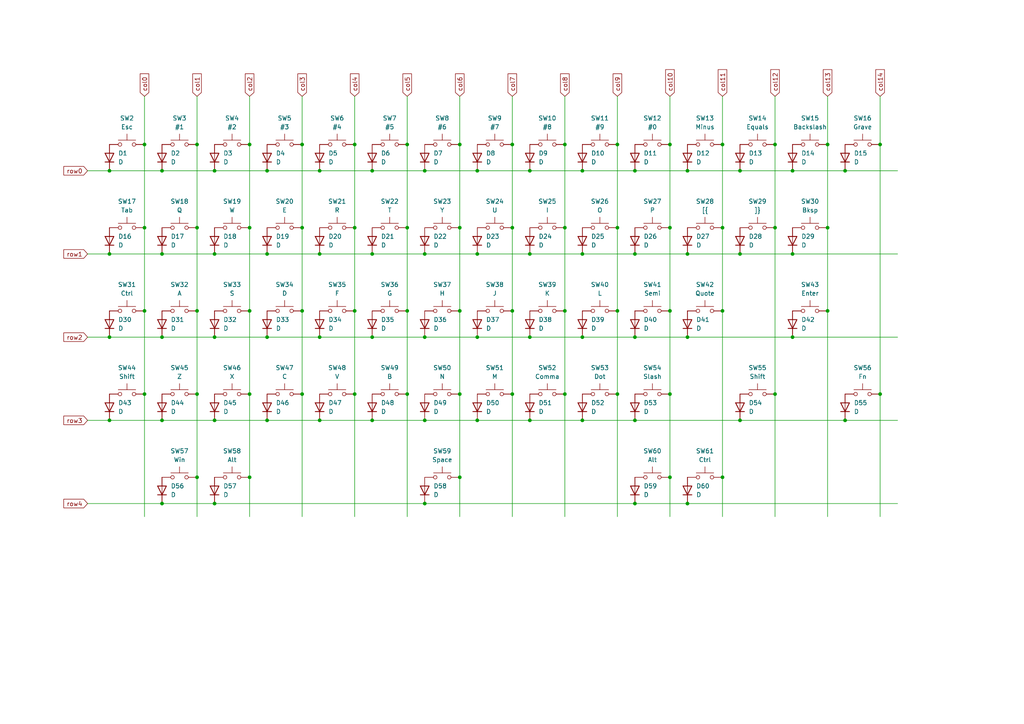
<source format=kicad_sch>
(kicad_sch (version 20231120) (generator "eeschema") (generator_version "8.0")
  (paper "A4")
  (junction (at 107.95 97.79))
  (junction (at 179.07 66.04))
  (junction (at 138.43 49.53))
  (junction (at 107.95 49.53))
  (junction (at 31.75 121.92))
  (junction (at 123.19 49.53))
  (junction (at 77.47 73.66))
  (junction (at 224.79 66.04))
  (junction (at 133.35 138.43))
  (junction (at 133.35 90.17))
  (junction (at 168.91 73.66))
  (junction (at 31.75 49.53))
  (junction (at 118.11 66.04))
  (junction (at 194.31 41.91))
  (junction (at 224.79 41.91))
  (junction (at 179.07 114.3))
  (junction (at 118.11 41.91))
  (junction (at 148.59 41.91))
  (junction (at 194.31 138.43))
  (junction (at 184.15 146.05))
  (junction (at 41.91 90.17))
  (junction (at 72.39 138.43))
  (junction (at 46.99 121.92))
  (junction (at 255.27 41.91))
  (junction (at 255.27 114.3))
  (junction (at 209.55 66.04))
  (junction (at 184.15 121.92))
  (junction (at 209.55 41.91))
  (junction (at 41.91 41.91))
  (junction (at 214.63 73.66))
  (junction (at 133.35 41.91))
  (junction (at 240.03 66.04))
  (junction (at 46.99 49.53))
  (junction (at 102.87 66.04))
  (junction (at 107.95 121.92))
  (junction (at 153.67 73.66))
  (junction (at 92.71 73.66))
  (junction (at 138.43 73.66))
  (junction (at 224.79 114.3))
  (junction (at 46.99 146.05))
  (junction (at 163.83 66.04))
  (junction (at 57.15 114.3))
  (junction (at 62.23 49.53))
  (junction (at 72.39 114.3))
  (junction (at 72.39 66.04))
  (junction (at 138.43 97.79))
  (junction (at 133.35 114.3))
  (junction (at 123.19 121.92))
  (junction (at 184.15 73.66))
  (junction (at 214.63 121.92))
  (junction (at 72.39 41.91))
  (junction (at 184.15 97.79))
  (junction (at 148.59 114.3))
  (junction (at 31.75 73.66))
  (junction (at 240.03 41.91))
  (junction (at 92.71 49.53))
  (junction (at 168.91 121.92))
  (junction (at 153.67 97.79))
  (junction (at 199.39 146.05))
  (junction (at 87.63 114.3))
  (junction (at 138.43 121.92))
  (junction (at 245.11 49.53))
  (junction (at 184.15 49.53))
  (junction (at 148.59 90.17))
  (junction (at 31.75 97.79))
  (junction (at 46.99 97.79))
  (junction (at 57.15 41.91))
  (junction (at 102.87 41.91))
  (junction (at 209.55 138.43))
  (junction (at 57.15 90.17))
  (junction (at 229.87 97.79))
  (junction (at 179.07 41.91))
  (junction (at 153.67 49.53))
  (junction (at 77.47 121.92))
  (junction (at 72.39 90.17))
  (junction (at 153.67 121.92))
  (junction (at 107.95 73.66))
  (junction (at 194.31 114.3))
  (junction (at 62.23 97.79))
  (junction (at 92.71 121.92))
  (junction (at 148.59 66.04))
  (junction (at 62.23 73.66))
  (junction (at 41.91 66.04))
  (junction (at 77.47 49.53))
  (junction (at 168.91 49.53))
  (junction (at 62.23 121.92))
  (junction (at 245.11 121.92))
  (junction (at 194.31 66.04))
  (junction (at 229.87 49.53))
  (junction (at 179.07 90.17))
  (junction (at 199.39 49.53))
  (junction (at 199.39 97.79))
  (junction (at 123.19 97.79))
  (junction (at 57.15 138.43))
  (junction (at 118.11 114.3))
  (junction (at 168.91 97.79))
  (junction (at 87.63 66.04))
  (junction (at 209.55 90.17))
  (junction (at 87.63 90.17))
  (junction (at 163.83 90.17))
  (junction (at 240.03 90.17))
  (junction (at 229.87 73.66))
  (junction (at 92.71 97.79))
  (junction (at 123.19 146.05))
  (junction (at 46.99 73.66))
  (junction (at 123.19 73.66))
  (junction (at 87.63 41.91))
  (junction (at 102.87 90.17))
  (junction (at 77.47 97.79))
  (junction (at 163.83 41.91))
  (junction (at 214.63 49.53))
  (junction (at 62.23 146.05))
  (junction (at 57.15 66.04))
  (junction (at 133.35 66.04))
  (junction (at 41.91 114.3))
  (junction (at 102.87 114.3))
  (junction (at 199.39 73.66))
  (junction (at 163.83 114.3))
  (junction (at 194.31 90.17))
  (junction (at 118.11 90.17))
  (wire (pts (xy 209.55 41.91) (xy 209.55 66.04)))
  (wire (pts (xy 25.4 121.92) (xy 31.75 121.92)))
  (wire (pts (xy 133.35 27.94) (xy 133.35 41.91)))
  (wire (pts (xy 179.07 90.17) (xy 179.07 114.3)))
  (wire (pts (xy 255.27 41.91) (xy 255.27 114.3)))
  (wire (pts (xy 199.39 49.53) (xy 214.63 49.53)))
  (wire (pts (xy 72.39 90.17) (xy 72.39 114.3)))
  (wire (pts (xy 46.99 49.53) (xy 62.23 49.53)))
  (wire (pts (xy 138.43 121.92) (xy 153.67 121.92)))
  (wire (pts (xy 194.31 138.43) (xy 194.31 149.86)))
  (wire (pts (xy 62.23 97.79) (xy 77.47 97.79)))
  (wire (pts (xy 57.15 41.91) (xy 57.15 66.04)))
  (wire (pts (xy 31.75 97.79) (xy 46.99 97.79)))
  (wire (pts (xy 62.23 73.66) (xy 77.47 73.66)))
  (wire (pts (xy 148.59 90.17) (xy 148.59 114.3)))
  (wire (pts (xy 25.4 146.05) (xy 46.99 146.05)))
  (wire (pts (xy 62.23 146.05) (xy 123.19 146.05)))
  (wire (pts (xy 245.11 121.92) (xy 260.35 121.92)))
  (wire (pts (xy 107.95 121.92) (xy 123.19 121.92)))
  (wire (pts (xy 46.99 73.66) (xy 62.23 73.66)))
  (wire (pts (xy 163.83 41.91) (xy 163.83 66.04)))
  (wire (pts (xy 62.23 121.92) (xy 77.47 121.92)))
  (wire (pts (xy 138.43 73.66) (xy 153.67 73.66)))
  (wire (pts (xy 224.79 41.91) (xy 224.79 66.04)))
  (wire (pts (xy 148.59 27.94) (xy 148.59 41.91)))
  (wire (pts (xy 179.07 27.94) (xy 179.07 41.91)))
  (wire (pts (xy 163.83 66.04) (xy 163.83 90.17)))
  (wire (pts (xy 194.31 41.91) (xy 194.31 66.04)))
  (wire (pts (xy 31.75 49.53) (xy 46.99 49.53)))
  (wire (pts (xy 209.55 90.17) (xy 209.55 138.43)))
  (wire (pts (xy 148.59 66.04) (xy 148.59 90.17)))
  (wire (pts (xy 57.15 138.43) (xy 57.15 149.86)))
  (wire (pts (xy 138.43 49.53) (xy 153.67 49.53)))
  (wire (pts (xy 41.91 27.94) (xy 41.91 41.91)))
  (wire (pts (xy 184.15 146.05) (xy 199.39 146.05)))
  (wire (pts (xy 199.39 146.05) (xy 260.35 146.05)))
  (wire (pts (xy 184.15 49.53) (xy 199.39 49.53)))
  (wire (pts (xy 133.35 114.3) (xy 133.35 138.43)))
  (wire (pts (xy 102.87 41.91) (xy 102.87 66.04)))
  (wire (pts (xy 41.91 41.91) (xy 41.91 66.04)))
  (wire (pts (xy 168.91 49.53) (xy 184.15 49.53)))
  (wire (pts (xy 153.67 121.92) (xy 168.91 121.92)))
  (wire (pts (xy 255.27 114.3) (xy 255.27 149.86)))
  (wire (pts (xy 107.95 73.66) (xy 123.19 73.66)))
  (wire (pts (xy 87.63 114.3) (xy 87.63 149.86)))
  (wire (pts (xy 229.87 73.66) (xy 260.35 73.66)))
  (wire (pts (xy 224.79 27.94) (xy 224.79 41.91)))
  (wire (pts (xy 179.07 41.91) (xy 179.07 66.04)))
  (wire (pts (xy 25.4 73.66) (xy 31.75 73.66)))
  (wire (pts (xy 184.15 73.66) (xy 199.39 73.66)))
  (wire (pts (xy 240.03 66.04) (xy 240.03 90.17)))
  (wire (pts (xy 87.63 41.91) (xy 87.63 66.04)))
  (wire (pts (xy 41.91 66.04) (xy 41.91 90.17)))
  (wire (pts (xy 209.55 66.04) (xy 209.55 90.17)))
  (wire (pts (xy 209.55 138.43) (xy 209.55 149.86)))
  (wire (pts (xy 123.19 121.92) (xy 138.43 121.92)))
  (wire (pts (xy 72.39 27.94) (xy 72.39 41.91)))
  (wire (pts (xy 163.83 90.17) (xy 163.83 114.3)))
  (wire (pts (xy 92.71 121.92) (xy 107.95 121.92)))
  (wire (pts (xy 229.87 97.79) (xy 260.35 97.79)))
  (wire (pts (xy 184.15 121.92) (xy 214.63 121.92)))
  (wire (pts (xy 133.35 66.04) (xy 133.35 90.17)))
  (wire (pts (xy 209.55 27.94) (xy 209.55 41.91)))
  (wire (pts (xy 92.71 49.53) (xy 107.95 49.53)))
  (wire (pts (xy 123.19 73.66) (xy 138.43 73.66)))
  (wire (pts (xy 168.91 73.66) (xy 184.15 73.66)))
  (wire (pts (xy 57.15 114.3) (xy 57.15 138.43)))
  (wire (pts (xy 118.11 27.94) (xy 118.11 41.91)))
  (wire (pts (xy 255.27 27.94) (xy 255.27 41.91)))
  (wire (pts (xy 138.43 97.79) (xy 153.67 97.79)))
  (wire (pts (xy 118.11 90.17) (xy 118.11 114.3)))
  (wire (pts (xy 229.87 49.53) (xy 245.11 49.53)))
  (wire (pts (xy 77.47 121.92) (xy 92.71 121.92)))
  (wire (pts (xy 194.31 90.17) (xy 194.31 114.3)))
  (wire (pts (xy 133.35 138.43) (xy 133.35 149.86)))
  (wire (pts (xy 107.95 49.53) (xy 123.19 49.53)))
  (wire (pts (xy 72.39 138.43) (xy 72.39 149.86)))
  (wire (pts (xy 179.07 114.3) (xy 179.07 149.86)))
  (wire (pts (xy 87.63 66.04) (xy 87.63 90.17)))
  (wire (pts (xy 184.15 97.79) (xy 199.39 97.79)))
  (wire (pts (xy 92.71 73.66) (xy 107.95 73.66)))
  (wire (pts (xy 240.03 90.17) (xy 240.03 149.86)))
  (wire (pts (xy 87.63 90.17) (xy 87.63 114.3)))
  (wire (pts (xy 148.59 41.91) (xy 148.59 66.04)))
  (wire (pts (xy 214.63 121.92) (xy 245.11 121.92)))
  (wire (pts (xy 41.91 114.3) (xy 41.91 149.86)))
  (wire (pts (xy 41.91 90.17) (xy 41.91 114.3)))
  (wire (pts (xy 163.83 114.3) (xy 163.83 149.86)))
  (wire (pts (xy 153.67 97.79) (xy 168.91 97.79)))
  (wire (pts (xy 72.39 41.91) (xy 72.39 66.04)))
  (wire (pts (xy 123.19 97.79) (xy 138.43 97.79)))
  (wire (pts (xy 163.83 27.94) (xy 163.83 41.91)))
  (wire (pts (xy 57.15 90.17) (xy 57.15 114.3)))
  (wire (pts (xy 72.39 66.04) (xy 72.39 90.17)))
  (wire (pts (xy 148.59 114.3) (xy 148.59 149.86)))
  (wire (pts (xy 194.31 27.94) (xy 194.31 41.91)))
  (wire (pts (xy 153.67 73.66) (xy 168.91 73.66)))
  (wire (pts (xy 199.39 97.79) (xy 229.87 97.79)))
  (wire (pts (xy 168.91 121.92) (xy 184.15 121.92)))
  (wire (pts (xy 123.19 146.05) (xy 184.15 146.05)))
  (wire (pts (xy 77.47 97.79) (xy 92.71 97.79)))
  (wire (pts (xy 46.99 146.05) (xy 62.23 146.05)))
  (wire (pts (xy 194.31 114.3) (xy 194.31 138.43)))
  (wire (pts (xy 240.03 27.94) (xy 240.03 41.91)))
  (wire (pts (xy 57.15 66.04) (xy 57.15 90.17)))
  (wire (pts (xy 179.07 66.04) (xy 179.07 90.17)))
  (wire (pts (xy 123.19 49.53) (xy 138.43 49.53)))
  (wire (pts (xy 107.95 97.79) (xy 123.19 97.79)))
  (wire (pts (xy 57.15 27.94) (xy 57.15 41.91)))
  (wire (pts (xy 245.11 49.53) (xy 260.35 49.53)))
  (wire (pts (xy 133.35 90.17) (xy 133.35 114.3)))
  (wire (pts (xy 102.87 90.17) (xy 102.87 114.3)))
  (wire (pts (xy 168.91 97.79) (xy 184.15 97.79)))
  (wire (pts (xy 46.99 97.79) (xy 62.23 97.79)))
  (wire (pts (xy 118.11 114.3) (xy 118.11 149.86)))
  (wire (pts (xy 46.99 121.92) (xy 62.23 121.92)))
  (wire (pts (xy 194.31 66.04) (xy 194.31 90.17)))
  (wire (pts (xy 102.87 114.3) (xy 102.87 149.86)))
  (wire (pts (xy 31.75 73.66) (xy 46.99 73.66)))
  (wire (pts (xy 31.75 121.92) (xy 46.99 121.92)))
  (wire (pts (xy 118.11 41.91) (xy 118.11 66.04)))
  (wire (pts (xy 153.67 49.53) (xy 168.91 49.53)))
  (wire (pts (xy 72.39 114.3) (xy 72.39 138.43)))
  (wire (pts (xy 77.47 49.53) (xy 92.71 49.53)))
  (wire (pts (xy 25.4 97.79) (xy 31.75 97.79)))
  (wire (pts (xy 214.63 49.53) (xy 229.87 49.53)))
  (wire (pts (xy 133.35 41.91) (xy 133.35 66.04)))
  (wire (pts (xy 62.23 49.53) (xy 77.47 49.53)))
  (wire (pts (xy 118.11 66.04) (xy 118.11 90.17)))
  (wire (pts (xy 102.87 27.94) (xy 102.87 41.91)))
  (wire (pts (xy 25.4 49.53) (xy 31.75 49.53)))
  (wire (pts (xy 87.63 27.94) (xy 87.63 41.91)))
  (wire (pts (xy 92.71 97.79) (xy 107.95 97.79)))
  (wire (pts (xy 199.39 73.66) (xy 214.63 73.66)))
  (wire (pts (xy 240.03 41.91) (xy 240.03 66.04)))
  (wire (pts (xy 77.47 73.66) (xy 92.71 73.66)))
  (wire (pts (xy 224.79 66.04) (xy 224.79 114.3)))
  (wire (pts (xy 224.79 114.3) (xy 224.79 149.86)))
  (wire (pts (xy 102.87 66.04) (xy 102.87 90.17)))
  (wire (pts (xy 214.63 73.66) (xy 229.87 73.66)))
  (global_label "row3" (shape input) (at 25.4 121.92 180) (property "Intersheetrefs" "${INTERSHEET_REFS}" (effects (hide yes))))
  (global_label "row1" (shape input) (at 25.4 73.66 180) (property "Intersheetrefs" "${INTERSHEET_REFS}" (effects (hide yes))))
  (global_label "col12" (shape input) (at 224.79 27.94 90) (property "Intersheetrefs" "${INTERSHEET_REFS}" (effects (hide yes))))
  (global_label "col11" (shape input) (at 209.55 27.94 90) (property "Intersheetrefs" "${INTERSHEET_REFS}" (effects (hide yes))))
  (global_label "col6" (shape input) (at 133.35 27.94 90) (property "Intersheetrefs" "${INTERSHEET_REFS}" (effects (hide yes))))
  (global_label "col9" (shape input) (at 179.07 27.94 90) (property "Intersheetrefs" "${INTERSHEET_REFS}" (effects (hide yes))))
  (global_label "col7" (shape input) (at 148.59 27.94 90) (property "Intersheetrefs" "${INTERSHEET_REFS}" (effects (hide yes))))
  (global_label "col0" (shape input) (at 41.91 27.94 90) (property "Intersheetrefs" "${INTERSHEET_REFS}" (effects (hide yes))))
  (global_label "col14" (shape input) (at 255.27 27.94 90) (property "Intersheetrefs" "${INTERSHEET_REFS}" (effects (hide yes))))
  (global_label "col13" (shape input) (at 240.03 27.94 90) (property "Intersheetrefs" "${INTERSHEET_REFS}" (effects (hide yes))))
  (global_label "col1" (shape input) (at 57.15 27.94 90) (property "Intersheetrefs" "${INTERSHEET_REFS}" (effects (hide yes))))
  (global_label "row4" (shape input) (at 25.4 146.05 180) (property "Intersheetrefs" "${INTERSHEET_REFS}" (effects (hide yes))))
  (global_label "col5" (shape input) (at 118.11 27.94 90) (property "Intersheetrefs" "${INTERSHEET_REFS}" (effects (hide yes))))
  (global_label "col8" (shape input) (at 163.83 27.94 90) (property "Intersheetrefs" "${INTERSHEET_REFS}" (effects (hide yes))))
  (global_label "row0" (shape input) (at 25.4 49.53 180) (property "Intersheetrefs" "${INTERSHEET_REFS}" (effects (hide yes))))
  (global_label "col3" (shape input) (at 87.63 27.94 90) (property "Intersheetrefs" "${INTERSHEET_REFS}" (effects (hide yes))))
  (global_label "col2" (shape input) (at 72.39 27.94 90) (property "Intersheetrefs" "${INTERSHEET_REFS}" (effects (hide yes))))
  (global_label "col4" (shape input) (at 102.87 27.94 90) (property "Intersheetrefs" "${INTERSHEET_REFS}" (effects (hide yes))))
  (global_label "row2" (shape input) (at 25.4 97.79 180) (property "Intersheetrefs" "${INTERSHEET_REFS}" (effects (hide yes))))
  (global_label "col10" (shape input) (at 194.31 27.94 90) (property "Intersheetrefs" "${INTERSHEET_REFS}" (effects (hide yes))))
  (symbol (lib_id "Device:D") (at 62.23 93.98 90) (unit 1)
    (property "Reference" "D32" (at 64.77 92.7099 90) (effects (justify right)))
    (property "Value" "D" (at 64.77 95.2499 90) (effects (justify right)))
    (property "Footprint" "Diode_SMD:D_SOD-323" (effects (hide yes)))
    (property "Description" "Diode" (effects (hide yes)))
    (property "Sim.Device" "D" (effects (hide yes)))
    (property "Sim.Pins" "1=K 2=A" (effects (hide yes)))
    (property "JLCPCB Part" "C2128" (effects (hide yes)))
  )
  (symbol (lib_id "Switch:SW_Push") (at 128.27 138.43 0) (unit 1)
    (property "Reference" "SW59" (at 128.27 130.81 0))
    (property "Value" "Space" (at 128.27 133.35 0))
    (property "Footprint" "PCM_marbastlib-xp-choc:SW_choc_v2_HS_CPG135001S30_1u" (effects (hide yes)))
    (property "Description" "Push button switch, generic, two pins" (effects (hide yes)))
  )
  (symbol (lib_id "Switch:SW_Push") (at 158.75 66.04 0) (unit 1)
    (property "Reference" "SW25" (at 158.75 58.42 0))
    (property "Value" "I" (at 158.75 60.96 0))
    (property "Footprint" "PCM_marbastlib-xp-choc:SW_choc_v2_HS_CPG135001S30_1u" (effects (hide yes)))
    (property "Description" "Push button switch, generic, two pins" (effects (hide yes)))
  )
  (symbol (lib_id "Device:D") (at 184.15 142.24 90) (unit 1)
    (property "Reference" "D59" (at 186.69 140.9699 90) (effects (justify right)))
    (property "Value" "D" (at 186.69 143.5099 90) (effects (justify right)))
    (property "Footprint" "Diode_SMD:D_SOD-323" (effects (hide yes)))
    (property "Description" "Diode" (effects (hide yes)))
    (property "Sim.Device" "D" (effects (hide yes)))
    (property "Sim.Pins" "1=K 2=A" (effects (hide yes)))
    (property "JLCPCB Part" "C2128" (effects (hide yes)))
  )
  (symbol (lib_id "Switch:SW_Push") (at 97.79 90.17 0) (unit 1)
    (property "Reference" "SW35" (at 97.79 82.55 0))
    (property "Value" "F" (at 97.79 85.09 0))
    (property "Footprint" "PCM_marbastlib-xp-choc:SW_choc_v2_HS_CPG135001S30_1u" (effects (hide yes)))
    (property "Description" "Push button switch, generic, two pins" (effects (hide yes)))
  )
  (symbol (lib_id "Device:D") (at 107.95 118.11 90) (unit 1)
    (property "Reference" "D48" (at 110.49 116.8399 90) (effects (justify right)))
    (property "Value" "D" (at 110.49 119.3799 90) (effects (justify right)))
    (property "Footprint" "Diode_SMD:D_SOD-323" (effects (hide yes)))
    (property "Description" "Diode" (effects (hide yes)))
    (property "Sim.Device" "D" (effects (hide yes)))
    (property "Sim.Pins" "1=K 2=A" (effects (hide yes)))
    (property "JLCPCB Part" "C2128" (effects (hide yes)))
  )
  (symbol (lib_id "Switch:SW_Push") (at 158.75 41.91 0) (unit 1)
    (property "Reference" "SW10" (at 158.75 34.29 0))
    (property "Value" "#8" (at 158.75 36.83 0))
    (property "Footprint" "PCM_marbastlib-xp-choc:SW_choc_v2_HS_CPG135001S30_1u" (effects (hide yes)))
    (property "Description" "Push button switch, generic, two pins" (effects (hide yes)))
  )
  (symbol (lib_id "Device:D") (at 184.15 69.85 90) (unit 1)
    (property "Reference" "D26" (at 186.69 68.5799 90) (effects (justify right)))
    (property "Value" "D" (at 186.69 71.1199 90) (effects (justify right)))
    (property "Footprint" "Diode_SMD:D_SOD-323" (effects (hide yes)))
    (property "Description" "Diode" (effects (hide yes)))
    (property "Sim.Device" "D" (effects (hide yes)))
    (property "Sim.Pins" "1=K 2=A" (effects (hide yes)))
    (property "JLCPCB Part" "C2128" (effects (hide yes)))
  )
  (symbol (lib_id "Device:D") (at 92.71 45.72 90) (unit 1)
    (property "Reference" "D5" (at 95.25 44.4499 90) (effects (justify right)))
    (property "Value" "D" (at 95.25 46.9899 90) (effects (justify right)))
    (property "Footprint" "Diode_SMD:D_SOD-323" (effects (hide yes)))
    (property "Description" "Diode" (effects (hide yes)))
    (property "Sim.Device" "D" (effects (hide yes)))
    (property "Sim.Pins" "1=K 2=A" (effects (hide yes)))
    (property "JLCPCB Part" "C2128" (effects (hide yes)))
  )
  (symbol (lib_id "Switch:SW_Push") (at 189.23 90.17 0) (unit 1)
    (property "Reference" "SW41" (at 189.23 82.55 0))
    (property "Value" "Semi" (at 189.23 85.09 0))
    (property "Footprint" "PCM_marbastlib-xp-choc:SW_choc_v2_HS_CPG135001S30_1u" (effects (hide yes)))
    (property "Description" "Push button switch, generic, two pins" (effects (hide yes)))
  )
  (symbol (lib_id "Switch:SW_Push") (at 36.83 41.91 0) (unit 1)
    (property "Reference" "SW2" (at 36.83 34.29 0))
    (property "Value" "Esc" (at 36.83 36.83 0))
    (property "Footprint" "PCM_marbastlib-xp-choc:SW_choc_v2_HS_CPG135001S30_1u" (effects (hide yes)))
    (property "Description" "Push button switch, generic, two pins" (effects (hide yes)))
  )
  (symbol (lib_id "Device:D") (at 153.67 93.98 90) (unit 1)
    (property "Reference" "D38" (at 156.21 92.7099 90) (effects (justify right)))
    (property "Value" "D" (at 156.21 95.2499 90) (effects (justify right)))
    (property "Footprint" "Diode_SMD:D_SOD-323" (effects (hide yes)))
    (property "Description" "Diode" (effects (hide yes)))
    (property "Sim.Device" "D" (effects (hide yes)))
    (property "Sim.Pins" "1=K 2=A" (effects (hide yes)))
    (property "JLCPCB Part" "C2128" (effects (hide yes)))
  )
  (symbol (lib_id "Switch:SW_Push") (at 234.95 41.91 0) (unit 1)
    (property "Reference" "SW15" (at 234.95 34.29 0))
    (property "Value" "Backslash" (at 234.95 36.83 0))
    (property "Footprint" "PCM_marbastlib-xp-choc:SW_choc_v2_HS_CPG135001S30_1u" (effects (hide yes)))
    (property "Description" "Push button switch, generic, two pins" (effects (hide yes)))
  )
  (symbol (lib_id "Device:D") (at 229.87 45.72 90) (unit 1)
    (property "Reference" "D14" (at 232.41 44.4499 90) (effects (justify right)))
    (property "Value" "D" (at 232.41 46.9899 90) (effects (justify right)))
    (property "Footprint" "Diode_SMD:D_SOD-323" (effects (hide yes)))
    (property "Description" "Diode" (effects (hide yes)))
    (property "Sim.Device" "D" (effects (hide yes)))
    (property "Sim.Pins" "1=K 2=A" (effects (hide yes)))
    (property "JLCPCB Part" "C2128" (effects (hide yes)))
  )
  (symbol (lib_id "Device:D") (at 31.75 45.72 90) (unit 1)
    (property "Reference" "D1" (at 34.29 44.4499 90) (effects (justify right)))
    (property "Value" "D" (at 34.29 46.9899 90) (effects (justify right)))
    (property "Footprint" "Diode_SMD:D_SOD-323" (effects (hide yes)))
    (property "Description" "Diode" (effects (hide yes)))
    (property "Sim.Device" "D" (effects (hide yes)))
    (property "Sim.Pins" "1=K 2=A" (effects (hide yes)))
    (property "JLCPCB Part" "C2128" (effects (hide yes)))
  )
  (symbol (lib_id "Device:D") (at 46.99 69.85 90) (unit 1)
    (property "Reference" "D17" (at 49.53 68.5799 90) (effects (justify right)))
    (property "Value" "D" (at 49.53 71.1199 90) (effects (justify right)))
    (property "Footprint" "Diode_SMD:D_SOD-323" (effects (hide yes)))
    (property "Description" "Diode" (effects (hide yes)))
    (property "Sim.Device" "D" (effects (hide yes)))
    (property "Sim.Pins" "1=K 2=A" (effects (hide yes)))
    (property "JLCPCB Part" "C2128" (effects (hide yes)))
  )
  (symbol (lib_id "Switch:SW_Push") (at 250.19 114.3 0) (unit 1)
    (property "Reference" "SW56" (at 250.19 106.68 0))
    (property "Value" "Fn" (at 250.19 109.22 0))
    (property "Footprint" "PCM_marbastlib-xp-choc:SW_choc_v2_HS_CPG135001S30_1u" (effects (hide yes)))
    (property "Description" "Push button switch, generic, two pins" (effects (hide yes)))
  )
  (symbol (lib_id "Device:D") (at 138.43 45.72 90) (unit 1)
    (property "Reference" "D8" (at 140.97 44.4499 90) (effects (justify right)))
    (property "Value" "D" (at 140.97 46.9899 90) (effects (justify right)))
    (property "Footprint" "Diode_SMD:D_SOD-323" (effects (hide yes)))
    (property "Description" "Diode" (effects (hide yes)))
    (property "Sim.Device" "D" (effects (hide yes)))
    (property "Sim.Pins" "1=K 2=A" (effects (hide yes)))
    (property "JLCPCB Part" "C2128" (effects (hide yes)))
  )
  (symbol (lib_id "Device:D") (at 168.91 93.98 90) (unit 1)
    (property "Reference" "D39" (at 171.45 92.7099 90) (effects (justify right)))
    (property "Value" "D" (at 171.45 95.2499 90) (effects (justify right)))
    (property "Footprint" "Diode_SMD:D_SOD-323" (effects (hide yes)))
    (property "Description" "Diode" (effects (hide yes)))
    (property "Sim.Device" "D" (effects (hide yes)))
    (property "Sim.Pins" "1=K 2=A" (effects (hide yes)))
    (property "JLCPCB Part" "C2128" (effects (hide yes)))
  )
  (symbol (lib_id "Device:D") (at 138.43 118.11 90) (unit 1)
    (property "Reference" "D50" (at 140.97 116.8399 90) (effects (justify right)))
    (property "Value" "D" (at 140.97 119.3799 90) (effects (justify right)))
    (property "Footprint" "Diode_SMD:D_SOD-323" (effects (hide yes)))
    (property "Description" "Diode" (effects (hide yes)))
    (property "Sim.Device" "D" (effects (hide yes)))
    (property "Sim.Pins" "1=K 2=A" (effects (hide yes)))
    (property "JLCPCB Part" "C2128" (effects (hide yes)))
  )
  (symbol (lib_id "Device:D") (at 77.47 69.85 90) (unit 1)
    (property "Reference" "D19" (at 80.01 68.5799 90) (effects (justify right)))
    (property "Value" "D" (at 80.01 71.1199 90) (effects (justify right)))
    (property "Footprint" "Diode_SMD:D_SOD-323" (effects (hide yes)))
    (property "Description" "Diode" (effects (hide yes)))
    (property "Sim.Device" "D" (effects (hide yes)))
    (property "Sim.Pins" "1=K 2=A" (effects (hide yes)))
    (property "JLCPCB Part" "C2128" (effects (hide yes)))
  )
  (symbol (lib_id "Switch:SW_Push") (at 113.03 90.17 0) (unit 1)
    (property "Reference" "SW36" (at 113.03 82.55 0))
    (property "Value" "G" (at 113.03 85.09 0))
    (property "Footprint" "PCM_marbastlib-xp-choc:SW_choc_v2_HS_CPG135001S30_1u" (effects (hide yes)))
    (property "Description" "Push button switch, generic, two pins" (effects (hide yes)))
  )
  (symbol (lib_id "Switch:SW_Push") (at 219.71 114.3 0) (unit 1)
    (property "Reference" "SW55" (at 219.71 106.68 0))
    (property "Value" "Shift" (at 219.71 109.22 0))
    (property "Footprint" "PCM_marbastlib-xp-choc:SW_choc_v2_HS_CPG135001S30_1.75u" (effects (hide yes)))
    (property "Description" "Push button switch, generic, two pins" (effects (hide yes)))
  )
  (symbol (lib_id "Device:D") (at 123.19 45.72 90) (unit 1)
    (property "Reference" "D7" (at 125.73 44.4499 90) (effects (justify right)))
    (property "Value" "D" (at 125.73 46.9899 90) (effects (justify right)))
    (property "Footprint" "Diode_SMD:D_SOD-323" (effects (hide yes)))
    (property "Description" "Diode" (effects (hide yes)))
    (property "Sim.Device" "D" (effects (hide yes)))
    (property "Sim.Pins" "1=K 2=A" (effects (hide yes)))
    (property "JLCPCB Part" "C2128" (effects (hide yes)))
  )
  (symbol (lib_id "Switch:SW_Push") (at 173.99 90.17 0) (unit 1)
    (property "Reference" "SW40" (at 173.99 82.55 0))
    (property "Value" "L" (at 173.99 85.09 0))
    (property "Footprint" "PCM_marbastlib-xp-choc:SW_choc_v2_HS_CPG135001S30_1u" (effects (hide yes)))
    (property "Description" "Push button switch, generic, two pins" (effects (hide yes)))
  )
  (symbol (lib_id "Switch:SW_Push") (at 82.55 66.04 0) (unit 1)
    (property "Reference" "SW20" (at 82.55 58.42 0))
    (property "Value" "E" (at 82.55 60.96 0))
    (property "Footprint" "PCM_marbastlib-xp-choc:SW_choc_v2_HS_CPG135001S30_1u" (effects (hide yes)))
    (property "Description" "Push button switch, generic, two pins" (effects (hide yes)))
  )
  (symbol (lib_id "Device:D") (at 153.67 45.72 90) (unit 1)
    (property "Reference" "D9" (at 156.21 44.4499 90) (effects (justify right)))
    (property "Value" "D" (at 156.21 46.9899 90) (effects (justify right)))
    (property "Footprint" "Diode_SMD:D_SOD-323" (effects (hide yes)))
    (property "Description" "Diode" (effects (hide yes)))
    (property "Sim.Device" "D" (effects (hide yes)))
    (property "Sim.Pins" "1=K 2=A" (effects (hide yes)))
    (property "JLCPCB Part" "C2128" (effects (hide yes)))
  )
  (symbol (lib_id "Device:D") (at 199.39 142.24 90) (unit 1)
    (property "Reference" "D60" (at 201.93 140.9699 90) (effects (justify right)))
    (property "Value" "D" (at 201.93 143.5099 90) (effects (justify right)))
    (property "Footprint" "Diode_SMD:D_SOD-323" (effects (hide yes)))
    (property "Description" "Diode" (effects (hide yes)))
    (property "Sim.Device" "D" (effects (hide yes)))
    (property "Sim.Pins" "1=K 2=A" (effects (hide yes)))
    (property "JLCPCB Part" "C2128" (effects (hide yes)))
  )
  (symbol (lib_id "Device:D") (at 153.67 69.85 90) (unit 1)
    (property "Reference" "D24" (at 156.21 68.5799 90) (effects (justify right)))
    (property "Value" "D" (at 156.21 71.1199 90) (effects (justify right)))
    (property "Footprint" "Diode_SMD:D_SOD-323" (effects (hide yes)))
    (property "Description" "Diode" (effects (hide yes)))
    (property "Sim.Device" "D" (effects (hide yes)))
    (property "Sim.Pins" "1=K 2=A" (effects (hide yes)))
    (property "JLCPCB Part" "C2128" (effects (hide yes)))
  )
  (symbol (lib_id "Switch:SW_Push") (at 67.31 90.17 0) (unit 1)
    (property "Reference" "SW33" (at 67.31 82.55 0))
    (property "Value" "S" (at 67.31 85.09 0))
    (property "Footprint" "PCM_marbastlib-xp-choc:SW_choc_v2_HS_CPG135001S30_1u" (effects (hide yes)))
    (property "Description" "Push button switch, generic, two pins" (effects (hide yes)))
  )
  (symbol (lib_id "Device:D") (at 123.19 118.11 90) (unit 1)
    (property "Reference" "D49" (at 125.73 116.8399 90) (effects (justify right)))
    (property "Value" "D" (at 125.73 119.3799 90) (effects (justify right)))
    (property "Footprint" "Diode_SMD:D_SOD-323" (effects (hide yes)))
    (property "Description" "Diode" (effects (hide yes)))
    (property "Sim.Device" "D" (effects (hide yes)))
    (property "Sim.Pins" "1=K 2=A" (effects (hide yes)))
    (property "JLCPCB Part" "C2128" (effects (hide yes)))
  )
  (symbol (lib_id "Switch:SW_Push") (at 67.31 114.3 0) (unit 1)
    (property "Reference" "SW46" (at 67.31 106.68 0))
    (property "Value" "X" (at 67.31 109.22 0))
    (property "Footprint" "PCM_marbastlib-xp-choc:SW_choc_v2_HS_CPG135001S30_1u" (effects (hide yes)))
    (property "Description" "Push button switch, generic, two pins" (effects (hide yes)))
  )
  (symbol (lib_id "Switch:SW_Push") (at 36.83 90.17 0) (unit 1)
    (property "Reference" "SW31" (at 36.83 82.55 0))
    (property "Value" "Ctrl" (at 36.83 85.09 0))
    (property "Footprint" "PCM_marbastlib-xp-choc:SW_choc_v2_HS_CPG135001S30_1.75u" (effects (hide yes)))
    (property "Description" "Push button switch, generic, two pins" (effects (hide yes)))
  )
  (symbol (lib_id "Switch:SW_Push") (at 234.95 90.17 0) (unit 1)
    (property "Reference" "SW43" (at 234.95 82.55 0))
    (property "Value" "Enter" (at 234.95 85.09 0))
    (property "Footprint" "PCM_marbastlib-xp-choc:SW_choc_v2_HS_CPG135001S30_1u" (effects (hide yes)))
    (property "Description" "Push button switch, generic, two pins" (effects (hide yes)))
  )
  (symbol (lib_id "Device:D") (at 168.91 69.85 90) (unit 1)
    (property "Reference" "D25" (at 171.45 68.5799 90) (effects (justify right)))
    (property "Value" "D" (at 171.45 71.1199 90) (effects (justify right)))
    (property "Footprint" "Diode_SMD:D_SOD-323" (effects (hide yes)))
    (property "Description" "Diode" (effects (hide yes)))
    (property "Sim.Device" "D" (effects (hide yes)))
    (property "Sim.Pins" "1=K 2=A" (effects (hide yes)))
    (property "JLCPCB Part" "C2128" (effects (hide yes)))
  )
  (symbol (lib_id "Device:D") (at 229.87 69.85 90) (unit 1)
    (property "Reference" "D29" (at 232.41 68.5799 90) (effects (justify right)))
    (property "Value" "D" (at 232.41 71.1199 90) (effects (justify right)))
    (property "Footprint" "Diode_SMD:D_SOD-323" (effects (hide yes)))
    (property "Description" "Diode" (effects (hide yes)))
    (property "Sim.Device" "D" (effects (hide yes)))
    (property "Sim.Pins" "1=K 2=A" (effects (hide yes)))
    (property "JLCPCB Part" "C2128" (effects (hide yes)))
  )
  (symbol (lib_id "Device:D") (at 184.15 93.98 90) (unit 1)
    (property "Reference" "D40" (at 186.69 92.7099 90) (effects (justify right)))
    (property "Value" "D" (at 186.69 95.2499 90) (effects (justify right)))
    (property "Footprint" "Diode_SMD:D_SOD-323" (effects (hide yes)))
    (property "Description" "Diode" (effects (hide yes)))
    (property "Sim.Device" "D" (effects (hide yes)))
    (property "Sim.Pins" "1=K 2=A" (effects (hide yes)))
    (property "JLCPCB Part" "C2128" (effects (hide yes)))
  )
  (symbol (lib_id "Switch:SW_Push") (at 204.47 41.91 0) (unit 1)
    (property "Reference" "SW13" (at 204.47 34.29 0))
    (property "Value" "Minus" (at 204.47 36.83 0))
    (property "Footprint" "PCM_marbastlib-xp-choc:SW_choc_v2_HS_CPG135001S30_1u" (effects (hide yes)))
    (property "Description" "Push button switch, generic, two pins" (effects (hide yes)))
  )
  (symbol (lib_id "Device:D") (at 138.43 69.85 90) (unit 1)
    (property "Reference" "D23" (at 140.97 68.5799 90) (effects (justify right)))
    (property "Value" "D" (at 140.97 71.1199 90) (effects (justify right)))
    (property "Footprint" "Diode_SMD:D_SOD-323" (effects (hide yes)))
    (property "Description" "Diode" (effects (hide yes)))
    (property "Sim.Device" "D" (effects (hide yes)))
    (property "Sim.Pins" "1=K 2=A" (effects (hide yes)))
    (property "JLCPCB Part" "C2128" (effects (hide yes)))
  )
  (symbol (lib_id "Switch:SW_Push") (at 219.71 66.04 0) (unit 1)
    (property "Reference" "SW29" (at 219.71 58.42 0))
    (property "Value" "]}" (at 219.71 60.96 0))
    (property "Footprint" "PCM_marbastlib-xp-choc:SW_choc_v2_HS_CPG135001S30_1u" (effects (hide yes)))
    (property "Description" "Push button switch, generic, two pins" (effects (hide yes)))
  )
  (symbol (lib_id "Device:D") (at 214.63 45.72 90) (unit 1)
    (property "Reference" "D13" (at 217.17 44.4499 90) (effects (justify right)))
    (property "Value" "D" (at 217.17 46.9899 90) (effects (justify right)))
    (property "Footprint" "Diode_SMD:D_SOD-323" (effects (hide yes)))
    (property "Description" "Diode" (effects (hide yes)))
    (property "Sim.Device" "D" (effects (hide yes)))
    (property "Sim.Pins" "1=K 2=A" (effects (hide yes)))
    (property "JLCPCB Part" "C2128" (effects (hide yes)))
  )
  (symbol (lib_id "Switch:SW_Push") (at 189.23 114.3 0) (unit 1)
    (property "Reference" "SW54" (at 189.23 106.68 0))
    (property "Value" "Slash" (at 189.23 109.22 0))
    (property "Footprint" "PCM_marbastlib-xp-choc:SW_choc_v2_HS_CPG135001S30_1u" (effects (hide yes)))
    (property "Description" "Push button switch, generic, two pins" (effects (hide yes)))
  )
  (symbol (lib_id "Device:D") (at 62.23 69.85 90) (unit 1)
    (property "Reference" "D18" (at 64.77 68.5799 90) (effects (justify right)))
    (property "Value" "D" (at 64.77 71.1199 90) (effects (justify right)))
    (property "Footprint" "Diode_SMD:D_SOD-323" (effects (hide yes)))
    (property "Description" "Diode" (effects (hide yes)))
    (property "Sim.Device" "D" (effects (hide yes)))
    (property "Sim.Pins" "1=K 2=A" (effects (hide yes)))
    (property "JLCPCB Part" "C2128" (effects (hide yes)))
  )
  (symbol (lib_id "Device:D") (at 184.15 118.11 90) (unit 1)
    (property "Reference" "D53" (at 186.69 116.8399 90) (effects (justify right)))
    (property "Value" "D" (at 186.69 119.3799 90) (effects (justify right)))
    (property "Footprint" "Diode_SMD:D_SOD-323" (effects (hide yes)))
    (property "Description" "Diode" (effects (hide yes)))
    (property "Sim.Device" "D" (effects (hide yes)))
    (property "Sim.Pins" "1=K 2=A" (effects (hide yes)))
    (property "JLCPCB Part" "C2128" (effects (hide yes)))
  )
  (symbol (lib_id "Device:D") (at 245.11 45.72 90) (unit 1)
    (property "Reference" "D15" (at 247.65 44.4499 90) (effects (justify right)))
    (property "Value" "D" (at 247.65 46.9899 90) (effects (justify right)))
    (property "Footprint" "Diode_SMD:D_SOD-323" (effects (hide yes)))
    (property "Description" "Diode" (effects (hide yes)))
    (property "Sim.Device" "D" (effects (hide yes)))
    (property "Sim.Pins" "1=K 2=A" (effects (hide yes)))
    (property "JLCPCB Part" "C2128" (effects (hide yes)))
  )
  (symbol (lib_id "Switch:SW_Push") (at 82.55 41.91 0) (unit 1)
    (property "Reference" "SW5" (at 82.55 34.29 0))
    (property "Value" "#3" (at 82.55 36.83 0))
    (property "Footprint" "PCM_marbastlib-xp-choc:SW_choc_v2_HS_CPG135001S30_1u" (effects (hide yes)))
    (property "Description" "Push button switch, generic, two pins" (effects (hide yes)))
  )
  (symbol (lib_id "Device:D") (at 214.63 69.85 90) (unit 1)
    (property "Reference" "D28" (at 217.17 68.5799 90) (effects (justify right)))
    (property "Value" "D" (at 217.17 71.1199 90) (effects (justify right)))
    (property "Footprint" "Diode_SMD:D_SOD-323" (effects (hide yes)))
    (property "Description" "Diode" (effects (hide yes)))
    (property "Sim.Device" "D" (effects (hide yes)))
    (property "Sim.Pins" "1=K 2=A" (effects (hide yes)))
    (property "JLCPCB Part" "C2128" (effects (hide yes)))
  )
  (symbol (lib_id "Switch:SW_Push") (at 204.47 90.17 0) (unit 1)
    (property "Reference" "SW42" (at 204.47 82.55 0))
    (property "Value" "Quote" (at 204.47 85.09 0))
    (property "Footprint" "PCM_marbastlib-xp-choc:SW_choc_v2_HS_CPG135001S30_1u" (effects (hide yes)))
    (property "Description" "Push button switch, generic, two pins" (effects (hide yes)))
  )
  (symbol (lib_id "Device:D") (at 62.23 45.72 90) (unit 1)
    (property "Reference" "D3" (at 64.77 44.4499 90) (effects (justify right)))
    (property "Value" "D" (at 64.77 46.9899 90) (effects (justify right)))
    (property "Footprint" "Diode_SMD:D_SOD-323" (effects (hide yes)))
    (property "Description" "Diode" (effects (hide yes)))
    (property "Sim.Device" "D" (effects (hide yes)))
    (property "Sim.Pins" "1=K 2=A" (effects (hide yes)))
    (property "JLCPCB Part" "C2128" (effects (hide yes)))
  )
  (symbol (lib_id "Switch:SW_Push") (at 82.55 90.17 0) (unit 1)
    (property "Reference" "SW34" (at 82.55 82.55 0))
    (property "Value" "D" (at 82.55 85.09 0))
    (property "Footprint" "PCM_marbastlib-xp-choc:SW_choc_v2_HS_CPG135001S30_1u" (effects (hide yes)))
    (property "Description" "Push button switch, generic, two pins" (effects (hide yes)))
  )
  (symbol (lib_id "Switch:SW_Push") (at 82.55 114.3 0) (unit 1)
    (property "Reference" "SW47" (at 82.55 106.68 0))
    (property "Value" "C" (at 82.55 109.22 0))
    (property "Footprint" "PCM_marbastlib-xp-choc:SW_choc_v2_HS_CPG135001S30_1u" (effects (hide yes)))
    (property "Description" "Push button switch, generic, two pins" (effects (hide yes)))
  )
  (symbol (lib_id "Device:D") (at 62.23 142.24 90) (unit 1)
    (property "Reference" "D57" (at 64.77 140.9699 90) (effects (justify right)))
    (property "Value" "D" (at 64.77 143.5099 90) (effects (justify right)))
    (property "Footprint" "Diode_SMD:D_SOD-323" (effects (hide yes)))
    (property "Description" "Diode" (effects (hide yes)))
    (property "Sim.Device" "D" (effects (hide yes)))
    (property "Sim.Pins" "1=K 2=A" (effects (hide yes)))
    (property "JLCPCB Part" "C2128" (effects (hide yes)))
  )
  (symbol (lib_id "Switch:SW_Push") (at 128.27 114.3 0) (unit 1)
    (property "Reference" "SW50" (at 128.27 106.68 0))
    (property "Value" "N" (at 128.27 109.22 0))
    (property "Footprint" "PCM_marbastlib-xp-choc:SW_choc_v2_HS_CPG135001S30_1u" (effects (hide yes)))
    (property "Description" "Push button switch, generic, two pins" (effects (hide yes)))
  )
  (symbol (lib_id "Switch:SW_Push") (at 204.47 138.43 0) (unit 1)
    (property "Reference" "SW61" (at 204.47 130.81 0))
    (property "Value" "Ctrl" (at 204.47 133.35 0))
    (property "Footprint" "PCM_marbastlib-xp-choc:SW_choc_v2_HS_CPG135001S30_1u" (effects (hide yes)))
    (property "Description" "Push button switch, generic, two pins" (effects (hide yes)))
  )
  (symbol (lib_id "Switch:SW_Push") (at 250.19 41.91 0) (unit 1)
    (property "Reference" "SW16" (at 250.19 34.29 0))
    (property "Value" "Grave" (at 250.19 36.83 0))
    (property "Footprint" "PCM_marbastlib-xp-choc:SW_choc_v2_HS_CPG135001S30_1u" (effects (hide yes)))
    (property "Description" "Push button switch, generic, two pins" (effects (hide yes)))
  )
  (symbol (lib_id "Device:D") (at 199.39 69.85 90) (unit 1)
    (property "Reference" "D27" (at 201.93 68.5799 90) (effects (justify right)))
    (property "Value" "D" (at 201.93 71.1199 90) (effects (justify right)))
    (property "Footprint" "Diode_SMD:D_SOD-323" (effects (hide yes)))
    (property "Description" "Diode" (effects (hide yes)))
    (property "Sim.Device" "D" (effects (hide yes)))
    (property "Sim.Pins" "1=K 2=A" (effects (hide yes)))
    (property "JLCPCB Part" "C2128" (effects (hide yes)))
  )
  (symbol (lib_id "Device:D") (at 245.11 118.11 90) (unit 1)
    (property "Reference" "D55" (at 247.65 116.8399 90) (effects (justify right)))
    (property "Value" "D" (at 247.65 119.3799 90) (effects (justify right)))
    (property "Footprint" "Diode_SMD:D_SOD-323" (effects (hide yes)))
    (property "Description" "Diode" (effects (hide yes)))
    (property "Sim.Device" "D" (effects (hide yes)))
    (property "Sim.Pins" "1=K 2=A" (effects (hide yes)))
    (property "JLCPCB Part" "C2128" (effects (hide yes)))
  )
  (symbol (lib_id "Switch:SW_Push") (at 128.27 90.17 0) (unit 1)
    (property "Reference" "SW37" (at 128.27 82.55 0))
    (property "Value" "H" (at 128.27 85.09 0))
    (property "Footprint" "PCM_marbastlib-xp-choc:SW_choc_v2_HS_CPG135001S30_1u" (effects (hide yes)))
    (property "Description" "Push button switch, generic, two pins" (effects (hide yes)))
  )
  (symbol (lib_id "Switch:SW_Push") (at 189.23 41.91 0) (unit 1)
    (property "Reference" "SW12" (at 189.23 34.29 0))
    (property "Value" "#0" (at 189.23 36.83 0))
    (property "Footprint" "PCM_marbastlib-xp-choc:SW_choc_v2_HS_CPG135001S30_1u" (effects (hide yes)))
    (property "Description" "Push button switch, generic, two pins" (effects (hide yes)))
  )
  (symbol (lib_id "Switch:SW_Push") (at 158.75 90.17 0) (unit 1)
    (property "Reference" "SW39" (at 158.75 82.55 0))
    (property "Value" "K" (at 158.75 85.09 0))
    (property "Footprint" "PCM_marbastlib-xp-choc:SW_choc_v2_HS_CPG135001S30_1u" (effects (hide yes)))
    (property "Description" "Push button switch, generic, two pins" (effects (hide yes)))
  )
  (symbol (lib_id "Device:D") (at 107.95 69.85 90) (unit 1)
    (property "Reference" "D21" (at 110.49 68.5799 90) (effects (justify right)))
    (property "Value" "D" (at 110.49 71.1199 90) (effects (justify right)))
    (property "Footprint" "Diode_SMD:D_SOD-323" (effects (hide yes)))
    (property "Description" "Diode" (effects (hide yes)))
    (property "Sim.Device" "D" (effects (hide yes)))
    (property "Sim.Pins" "1=K 2=A" (effects (hide yes)))
    (property "JLCPCB Part" "C2128" (effects (hide yes)))
  )
  (symbol (lib_id "Device:D") (at 46.99 142.24 90) (unit 1)
    (property "Reference" "D56" (at 49.53 140.9699 90) (effects (justify right)))
    (property "Value" "D" (at 49.53 143.5099 90) (effects (justify right)))
    (property "Footprint" "Diode_SMD:D_SOD-323" (effects (hide yes)))
    (property "Description" "Diode" (effects (hide yes)))
    (property "Sim.Device" "D" (effects (hide yes)))
    (property "Sim.Pins" "1=K 2=A" (effects (hide yes)))
    (property "JLCPCB Part" "C2128" (effects (hide yes)))
  )
  (symbol (lib_id "Device:D") (at 138.43 93.98 90) (unit 1)
    (property "Reference" "D37" (at 140.97 92.7099 90) (effects (justify right)))
    (property "Value" "D" (at 140.97 95.2499 90) (effects (justify right)))
    (property "Footprint" "Diode_SMD:D_SOD-323" (effects (hide yes)))
    (property "Description" "Diode" (effects (hide yes)))
    (property "Sim.Device" "D" (effects (hide yes)))
    (property "Sim.Pins" "1=K 2=A" (effects (hide yes)))
    (property "JLCPCB Part" "C2128" (effects (hide yes)))
  )
  (symbol (lib_id "Switch:SW_Push") (at 173.99 114.3 0) (unit 1)
    (property "Reference" "SW53" (at 173.99 106.68 0))
    (property "Value" "Dot" (at 173.99 109.22 0))
    (property "Footprint" "PCM_marbastlib-xp-choc:SW_choc_v2_HS_CPG135001S30_1u" (effects (hide yes)))
    (property "Description" "Push button switch, generic, two pins" (effects (hide yes)))
  )
  (symbol (lib_id "Switch:SW_Push") (at 113.03 114.3 0) (unit 1)
    (property "Reference" "SW49" (at 113.03 106.68 0))
    (property "Value" "B" (at 113.03 109.22 0))
    (property "Footprint" "PCM_marbastlib-xp-choc:SW_choc_v2_HS_CPG135001S30_1u" (effects (hide yes)))
    (property "Description" "Push button switch, generic, two pins" (effects (hide yes)))
  )
  (symbol (lib_id "Switch:SW_Push") (at 67.31 41.91 0) (unit 1)
    (property "Reference" "SW4" (at 67.31 34.29 0))
    (property "Value" "#2" (at 67.31 36.83 0))
    (property "Footprint" "PCM_marbastlib-xp-choc:SW_choc_v2_HS_CPG135001S30_1u" (effects (hide yes)))
    (property "Description" "Push button switch, generic, two pins" (effects (hide yes)))
  )
  (symbol (lib_id "Switch:SW_Push") (at 52.07 114.3 0) (unit 1)
    (property "Reference" "SW45" (at 52.07 106.68 0))
    (property "Value" "Z" (at 52.07 109.22 0))
    (property "Footprint" "PCM_marbastlib-xp-choc:SW_choc_v2_HS_CPG135001S30_1u" (effects (hide yes)))
    (property "Description" "Push button switch, generic, two pins" (effects (hide yes)))
  )
  (symbol (lib_id "Device:D") (at 199.39 45.72 90) (unit 1)
    (property "Reference" "D12" (at 201.93 44.4499 90) (effects (justify right)))
    (property "Value" "D" (at 201.93 46.9899 90) (effects (justify right)))
    (property "Footprint" "Diode_SMD:D_SOD-323" (effects (hide yes)))
    (property "Description" "Diode" (effects (hide yes)))
    (property "Sim.Device" "D" (effects (hide yes)))
    (property "Sim.Pins" "1=K 2=A" (effects (hide yes)))
    (property "JLCPCB Part" "C2128" (effects (hide yes)))
  )
  (symbol (lib_id "Switch:SW_Push") (at 143.51 90.17 0) (unit 1)
    (property "Reference" "SW38" (at 143.51 82.55 0))
    (property "Value" "J" (at 143.51 85.09 0))
    (property "Footprint" "PCM_marbastlib-xp-choc:SW_choc_v2_HS_CPG135001S30_1u" (effects (hide yes)))
    (property "Description" "Push button switch, generic, two pins" (effects (hide yes)))
  )
  (symbol (lib_id "Device:D") (at 123.19 142.24 90) (unit 1)
    (property "Reference" "D58" (at 125.73 140.9699 90) (effects (justify right)))
    (property "Value" "D" (at 125.73 143.5099 90) (effects (justify right)))
    (property "Footprint" "Diode_SMD:D_SOD-323" (effects (hide yes)))
    (property "Description" "Diode" (effects (hide yes)))
    (property "Sim.Device" "D" (effects (hide yes)))
    (property "Sim.Pins" "1=K 2=A" (effects (hide yes)))
    (property "JLCPCB Part" "C2128" (effects (hide yes)))
  )
  (symbol (lib_id "Switch:SW_Push") (at 113.03 66.04 0) (unit 1)
    (property "Reference" "SW22" (at 113.03 58.42 0))
    (property "Value" "T" (at 113.03 60.96 0))
    (property "Footprint" "PCM_marbastlib-xp-choc:SW_choc_v2_HS_CPG135001S30_1u" (effects (hide yes)))
    (property "Description" "Push button switch, generic, two pins" (effects (hide yes)))
  )
  (symbol (lib_id "Device:D") (at 199.39 93.98 90) (unit 1)
    (property "Reference" "D41" (at 201.93 92.7099 90) (effects (justify right)))
    (property "Value" "D" (at 201.93 95.2499 90) (effects (justify right)))
    (property "Footprint" "Diode_SMD:D_SOD-323" (effects (hide yes)))
    (property "Description" "Diode" (effects (hide yes)))
    (property "Sim.Device" "D" (effects (hide yes)))
    (property "Sim.Pins" "1=K 2=A" (effects (hide yes)))
    (property "JLCPCB Part" "C2128" (effects (hide yes)))
  )
  (symbol (lib_id "Device:D") (at 62.23 118.11 90) (unit 1)
    (property "Reference" "D45" (at 64.77 116.8399 90) (effects (justify right)))
    (property "Value" "D" (at 64.77 119.3799 90) (effects (justify right)))
    (property "Footprint" "Diode_SMD:D_SOD-323" (effects (hide yes)))
    (property "Description" "Diode" (effects (hide yes)))
    (property "Sim.Device" "D" (effects (hide yes)))
    (property "Sim.Pins" "1=K 2=A" (effects (hide yes)))
    (property "JLCPCB Part" "C2128" (effects (hide yes)))
  )
  (symbol (lib_id "Switch:SW_Push") (at 189.23 138.43 0) (unit 1)
    (property "Reference" "SW60" (at 189.23 130.81 0))
    (property "Value" "Alt" (at 189.23 133.35 0))
    (property "Footprint" "PCM_marbastlib-xp-choc:SW_choc_v2_HS_CPG135001S30_1.5u" (effects (hide yes)))
    (property "Description" "Push button switch, generic, two pins" (effects (hide yes)))
  )
  (symbol (lib_id "Switch:SW_Push") (at 128.27 41.91 0) (unit 1)
    (property "Reference" "SW8" (at 128.27 34.29 0))
    (property "Value" "#6" (at 128.27 36.83 0))
    (property "Footprint" "PCM_marbastlib-xp-choc:SW_choc_v2_HS_CPG135001S30_1u" (effects (hide yes)))
    (property "Description" "Push button switch, generic, two pins" (effects (hide yes)))
  )
  (symbol (lib_id "Device:D") (at 123.19 69.85 90) (unit 1)
    (property "Reference" "D22" (at 125.73 68.5799 90) (effects (justify right)))
    (property "Value" "D" (at 125.73 71.1199 90) (effects (justify right)))
    (property "Footprint" "Diode_SMD:D_SOD-323" (effects (hide yes)))
    (property "Description" "Diode" (effects (hide yes)))
    (property "Sim.Device" "D" (effects (hide yes)))
    (property "Sim.Pins" "1=K 2=A" (effects (hide yes)))
    (property "JLCPCB Part" "C2128" (effects (hide yes)))
  )
  (symbol (lib_id "Switch:SW_Push") (at 52.07 90.17 0) (unit 1)
    (property "Reference" "SW32" (at 52.07 82.55 0))
    (property "Value" "A" (at 52.07 85.09 0))
    (property "Footprint" "PCM_marbastlib-xp-choc:SW_choc_v2_HS_CPG135001S30_1u" (effects (hide yes)))
    (property "Description" "Push button switch, generic, two pins" (effects (hide yes)))
  )
  (symbol (lib_id "Device:D") (at 77.47 45.72 90) (unit 1)
    (property "Reference" "D4" (at 80.01 44.4499 90) (effects (justify right)))
    (property "Value" "D" (at 80.01 46.9899 90) (effects (justify right)))
    (property "Footprint" "Diode_SMD:D_SOD-323" (effects (hide yes)))
    (property "Description" "Diode" (effects (hide yes)))
    (property "Sim.Device" "D" (effects (hide yes)))
    (property "Sim.Pins" "1=K 2=A" (effects (hide yes)))
    (property "JLCPCB Part" "C2128" (effects (hide yes)))
  )
  (symbol (lib_id "Device:D") (at 46.99 93.98 90) (unit 1)
    (property "Reference" "D31" (at 49.53 92.7099 90) (effects (justify right)))
    (property "Value" "D" (at 49.53 95.2499 90) (effects (justify right)))
    (property "Footprint" "Diode_SMD:D_SOD-323" (effects (hide yes)))
    (property "Description" "Diode" (effects (hide yes)))
    (property "Sim.Device" "D" (effects (hide yes)))
    (property "Sim.Pins" "1=K 2=A" (effects (hide yes)))
    (property "JLCPCB Part" "C2128" (effects (hide yes)))
  )
  (symbol (lib_id "Device:D") (at 123.19 93.98 90) (unit 1)
    (property "Reference" "D36" (at 125.73 92.7099 90) (effects (justify right)))
    (property "Value" "D" (at 125.73 95.2499 90) (effects (justify right)))
    (property "Footprint" "Diode_SMD:D_SOD-323" (effects (hide yes)))
    (property "Description" "Diode" (effects (hide yes)))
    (property "Sim.Device" "D" (effects (hide yes)))
    (property "Sim.Pins" "1=K 2=A" (effects (hide yes)))
    (property "JLCPCB Part" "C2128" (effects (hide yes)))
  )
  (symbol (lib_id "Device:D") (at 46.99 45.72 90) (unit 1)
    (property "Reference" "D2" (at 49.53 44.4499 90) (effects (justify right)))
    (property "Value" "D" (at 49.53 46.9899 90) (effects (justify right)))
    (property "Footprint" "Diode_SMD:D_SOD-323" (effects (hide yes)))
    (property "Description" "Diode" (effects (hide yes)))
    (property "Sim.Device" "D" (effects (hide yes)))
    (property "Sim.Pins" "1=K 2=A" (effects (hide yes)))
    (property "JLCPCB Part" "C2128" (effects (hide yes)))
  )
  (symbol (lib_id "Device:D") (at 92.71 118.11 90) (unit 1)
    (property "Reference" "D47" (at 95.25 116.8399 90) (effects (justify right)))
    (property "Value" "D" (at 95.25 119.3799 90) (effects (justify right)))
    (property "Footprint" "Diode_SMD:D_SOD-323" (effects (hide yes)))
    (property "Description" "Diode" (effects (hide yes)))
    (property "Sim.Device" "D" (effects (hide yes)))
    (property "Sim.Pins" "1=K 2=A" (effects (hide yes)))
    (property "JLCPCB Part" "C2128" (effects (hide yes)))
  )
  (symbol (lib_id "Device:D") (at 153.67 118.11 90) (unit 1)
    (property "Reference" "D51" (at 156.21 116.8399 90) (effects (justify right)))
    (property "Value" "D" (at 156.21 119.3799 90) (effects (justify right)))
    (property "Footprint" "Diode_SMD:D_SOD-323" (effects (hide yes)))
    (property "Description" "Diode" (effects (hide yes)))
    (property "Sim.Device" "D" (effects (hide yes)))
    (property "Sim.Pins" "1=K 2=A" (effects (hide yes)))
    (property "JLCPCB Part" "C2128" (effects (hide yes)))
  )
  (symbol (lib_id "Switch:SW_Push") (at 36.83 66.04 0) (unit 1)
    (property "Reference" "SW17" (at 36.83 58.42 0))
    (property "Value" "Tab" (at 36.83 60.96 0))
    (property "Footprint" "PCM_marbastlib-xp-choc:SW_choc_v2_HS_CPG135001S30_1.5u" (effects (hide yes)))
    (property "Description" "Push button switch, generic, two pins" (effects (hide yes)))
  )
  (symbol (lib_id "Device:D") (at 77.47 93.98 90) (unit 1)
    (property "Reference" "D33" (at 80.01 92.7099 90) (effects (justify right)))
    (property "Value" "D" (at 80.01 95.2499 90) (effects (justify right)))
    (property "Footprint" "Diode_SMD:D_SOD-323" (effects (hide yes)))
    (property "Description" "Diode" (effects (hide yes)))
    (property "Sim.Device" "D" (effects (hide yes)))
    (property "Sim.Pins" "1=K 2=A" (effects (hide yes)))
    (property "JLCPCB Part" "C2128" (effects (hide yes)))
  )
  (symbol (lib_id "Switch:SW_Push") (at 113.03 41.91 0) (unit 1)
    (property "Reference" "SW7" (at 113.03 34.29 0))
    (property "Value" "#5" (at 113.03 36.83 0))
    (property "Footprint" "PCM_marbastlib-xp-choc:SW_choc_v2_HS_CPG135001S30_1u" (effects (hide yes)))
    (property "Description" "Push button switch, generic, two pins" (effects (hide yes)))
  )
  (symbol (lib_id "Device:D") (at 229.87 93.98 90) (unit 1)
    (property "Reference" "D42" (at 232.41 92.7099 90) (effects (justify right)))
    (property "Value" "D" (at 232.41 95.2499 90) (effects (justify right)))
    (property "Footprint" "Diode_SMD:D_SOD-323" (effects (hide yes)))
    (property "Description" "Diode" (effects (hide yes)))
    (property "Sim.Device" "D" (effects (hide yes)))
    (property "Sim.Pins" "1=K 2=A" (effects (hide yes)))
    (property "JLCPCB Part" "C2128" (effects (hide yes)))
  )
  (symbol (lib_id "Device:D") (at 92.71 93.98 90) (unit 1)
    (property "Reference" "D34" (at 95.25 92.7099 90) (effects (justify right)))
    (property "Value" "D" (at 95.25 95.2499 90) (effects (justify right)))
    (property "Footprint" "Diode_SMD:D_SOD-323" (effects (hide yes)))
    (property "Description" "Diode" (effects (hide yes)))
    (property "Sim.Device" "D" (effects (hide yes)))
    (property "Sim.Pins" "1=K 2=A" (effects (hide yes)))
    (property "JLCPCB Part" "C2128" (effects (hide yes)))
  )
  (symbol (lib_id "Device:D") (at 168.91 45.72 90) (unit 1)
    (property "Reference" "D10" (at 171.45 44.4499 90) (effects (justify right)))
    (property "Value" "D" (at 171.45 46.9899 90) (effects (justify right)))
    (property "Footprint" "Diode_SMD:D_SOD-323" (effects (hide yes)))
    (property "Description" "Diode" (effects (hide yes)))
    (property "Sim.Device" "D" (effects (hide yes)))
    (property "Sim.Pins" "1=K 2=A" (effects (hide yes)))
    (property "JLCPCB Part" "C2128" (effects (hide yes)))
  )
  (symbol (lib_id "Switch:SW_Push") (at 204.47 66.04 0) (unit 1)
    (property "Reference" "SW28" (at 204.47 58.42 0))
    (property "Value" "[{" (at 204.47 60.96 0))
    (property "Footprint" "PCM_marbastlib-xp-choc:SW_choc_v2_HS_CPG135001S30_1u" (effects (hide yes)))
    (property "Description" "Push button switch, generic, two pins" (effects (hide yes)))
  )
  (symbol (lib_id "Switch:SW_Push") (at 67.31 66.04 0) (unit 1)
    (property "Reference" "SW19" (at 67.31 58.42 0))
    (property "Value" "W" (at 67.31 60.96 0))
    (property "Footprint" "PCM_marbastlib-xp-choc:SW_choc_v2_HS_CPG135001S30_1u" (effects (hide yes)))
    (property "Description" "Push button switch, generic, two pins" (effects (hide yes)))
  )
  (symbol (lib_id "Device:D") (at 184.15 45.72 90) (unit 1)
    (property "Reference" "D11" (at 186.69 44.4499 90) (effects (justify right)))
    (property "Value" "D" (at 186.69 46.9899 90) (effects (justify right)))
    (property "Footprint" "Diode_SMD:D_SOD-323" (effects (hide yes)))
    (property "Description" "Diode" (effects (hide yes)))
    (property "Sim.Device" "D" (effects (hide yes)))
    (property "Sim.Pins" "1=K 2=A" (effects (hide yes)))
    (property "JLCPCB Part" "C2128" (effects (hide yes)))
  )
  (symbol (lib_id "Switch:SW_Push") (at 128.27 66.04 0) (unit 1)
    (property "Reference" "SW23" (at 128.27 58.42 0))
    (property "Value" "Y" (at 128.27 60.96 0))
    (property "Footprint" "PCM_marbastlib-xp-choc:SW_choc_v2_HS_CPG135001S30_1u" (effects (hide yes)))
    (property "Description" "Push button switch, generic, two pins" (effects (hide yes)))
  )
  (symbol (lib_id "Device:D") (at 46.99 118.11 90) (unit 1)
    (property "Reference" "D44" (at 49.53 116.8399 90) (effects (justify right)))
    (property "Value" "D" (at 49.53 119.3799 90) (effects (justify right)))
    (property "Footprint" "Diode_SMD:D_SOD-323" (effects (hide yes)))
    (property "Description" "Diode" (effects (hide yes)))
    (property "Sim.Device" "D" (effects (hide yes)))
    (property "Sim.Pins" "1=K 2=A" (effects (hide yes)))
    (property "JLCPCB Part" "C2128" (effects (hide yes)))
  )
  (symbol (lib_id "Switch:SW_Push") (at 173.99 41.91 0) (unit 1)
    (property "Reference" "SW11" (at 173.99 34.29 0))
    (property "Value" "#9" (at 173.99 36.83 0))
    (property "Footprint" "PCM_marbastlib-xp-choc:SW_choc_v2_HS_CPG135001S30_1u" (effects (hide yes)))
    (property "Description" "Push button switch, generic, two pins" (effects (hide yes)))
  )
  (symbol (lib_id "Device:D") (at 31.75 93.98 90) (unit 1)
    (property "Reference" "D30" (at 34.29 92.7099 90) (effects (justify right)))
    (property "Value" "D" (at 34.29 95.2499 90) (effects (justify right)))
    (property "Footprint" "Diode_SMD:D_SOD-323" (effects (hide yes)))
    (property "Description" "Diode" (effects (hide yes)))
    (property "Sim.Device" "D" (effects (hide yes)))
    (property "Sim.Pins" "1=K 2=A" (effects (hide yes)))
    (property "JLCPCB Part" "C2128" (effects (hide yes)))
  )
  (symbol (lib_id "Switch:SW_Push") (at 97.79 41.91 0) (unit 1)
    (property "Reference" "SW6" (at 97.79 34.29 0))
    (property "Value" "#4" (at 97.79 36.83 0))
    (property "Footprint" "PCM_marbastlib-xp-choc:SW_choc_v2_HS_CPG135001S30_1u" (effects (hide yes)))
    (property "Description" "Push button switch, generic, two pins" (effects (hide yes)))
  )
  (symbol (lib_id "Device:D") (at 107.95 45.72 90) (unit 1)
    (property "Reference" "D6" (at 110.49 44.4499 90) (effects (justify right)))
    (property "Value" "D" (at 110.49 46.9899 90) (effects (justify right)))
    (property "Footprint" "Diode_SMD:D_SOD-323" (effects (hide yes)))
    (property "Description" "Diode" (effects (hide yes)))
    (property "Sim.Device" "D" (effects (hide yes)))
    (property "Sim.Pins" "1=K 2=A" (effects (hide yes)))
    (property "JLCPCB Part" "C2128" (effects (hide yes)))
  )
  (symbol (lib_id "Switch:SW_Push") (at 52.07 41.91 0) (unit 1)
    (property "Reference" "SW3" (at 52.07 34.29 0))
    (property "Value" "#1" (at 52.07 36.83 0))
    (property "Footprint" "PCM_marbastlib-xp-choc:SW_choc_v2_HS_CPG135001S30_1u" (effects (hide yes)))
    (property "Description" "Push button switch, generic, two pins" (effects (hide yes)))
  )
  (symbol (lib_id "Switch:SW_Push") (at 143.51 114.3 0) (unit 1)
    (property "Reference" "SW51" (at 143.51 106.68 0))
    (property "Value" "M" (at 143.51 109.22 0))
    (property "Footprint" "PCM_marbastlib-xp-choc:SW_choc_v2_HS_CPG135001S30_1u" (effects (hide yes)))
    (property "Description" "Push button switch, generic, two pins" (effects (hide yes)))
  )
  (symbol (lib_id "Switch:SW_Push") (at 52.07 138.43 0) (unit 1)
    (property "Reference" "SW57" (at 52.07 130.81 0))
    (property "Value" "Win" (at 52.07 133.35 0))
    (property "Footprint" "PCM_marbastlib-xp-choc:SW_choc_v2_HS_CPG135001S30_1u" (effects (hide yes)))
    (property "Description" "Push button switch, generic, two pins" (effects (hide yes)))
  )
  (symbol (lib_id "Switch:SW_Push") (at 234.95 66.04 0) (unit 1)
    (property "Reference" "SW30" (at 234.95 58.42 0))
    (property "Value" "Bksp" (at 234.95 60.96 0))
    (property "Footprint" "PCM_marbastlib-xp-choc:SW_choc_v2_HS_CPG135001S30_1.5u" (effects (hide yes)))
    (property "Description" "Push button switch, generic, two pins" (effects (hide yes)))
  )
  (symbol (lib_id "Switch:SW_Push") (at 52.07 66.04 0) (unit 1)
    (property "Reference" "SW18" (at 52.07 58.42 0))
    (property "Value" "Q" (at 52.07 60.96 0))
    (property "Footprint" "PCM_marbastlib-xp-choc:SW_choc_v2_HS_CPG135001S30_1u" (effects (hide yes)))
    (property "Description" "Push button switch, generic, two pins" (effects (hide yes)))
  )
  (symbol (lib_id "Device:D") (at 77.47 118.11 90) (unit 1)
    (property "Reference" "D46" (at 80.01 116.8399 90) (effects (justify right)))
    (property "Value" "D" (at 80.01 119.3799 90) (effects (justify right)))
    (property "Footprint" "Diode_SMD:D_SOD-323" (effects (hide yes)))
    (property "Description" "Diode" (effects (hide yes)))
    (property "Sim.Device" "D" (effects (hide yes)))
    (property "Sim.Pins" "1=K 2=A" (effects (hide yes)))
    (property "JLCPCB Part" "C2128" (effects (hide yes)))
  )
  (symbol (lib_id "Switch:SW_Push") (at 189.23 66.04 0) (unit 1)
    (property "Reference" "SW27" (at 189.23 58.42 0))
    (property "Value" "P" (at 189.23 60.96 0))
    (property "Footprint" "PCM_marbastlib-xp-choc:SW_choc_v2_HS_CPG135001S30_1u" (effects (hide yes)))
    (property "Description" "Push button switch, generic, two pins" (effects (hide yes)))
  )
  (symbol (lib_id "Device:D") (at 31.75 69.85 90) (unit 1)
    (property "Reference" "D16" (at 34.29 68.5799 90) (effects (justify right)))
    (property "Value" "D" (at 34.29 71.1199 90) (effects (justify right)))
    (property "Footprint" "Diode_SMD:D_SOD-323" (effects (hide yes)))
    (property "Description" "Diode" (effects (hide yes)))
    (property "Sim.Device" "D" (effects (hide yes)))
    (property "Sim.Pins" "1=K 2=A" (effects (hide yes)))
    (property "JLCPCB Part" "C2128" (effects (hide yes)))
  )
  (symbol (lib_id "Switch:SW_Push") (at 97.79 114.3 0) (unit 1)
    (property "Reference" "SW48" (at 97.79 106.68 0))
    (property "Value" "V" (at 97.79 109.22 0))
    (property "Footprint" "PCM_marbastlib-xp-choc:SW_choc_v2_HS_CPG135001S30_1u" (effects (hide yes)))
    (property "Description" "Push button switch, generic, two pins" (effects (hide yes)))
  )
  (symbol (lib_id "Switch:SW_Push") (at 36.83 114.3 0) (unit 1)
    (property "Reference" "SW44" (at 36.83 106.68 0))
    (property "Value" "Shift" (at 36.83 109.22 0))
    (property "Footprint" "PCM_marbastlib-xp-choc:SW_choc_v2_HS_CPG135001S30_1u" (effects (hide yes)))
    (property "Description" "Push button switch, generic, two pins" (effects (hide yes)))
  )
  (symbol (lib_id "Device:D") (at 92.71 69.85 90) (unit 1)
    (property "Reference" "D20" (at 95.25 68.5799 90) (effects (justify right)))
    (property "Value" "D" (at 95.25 71.1199 90) (effects (justify right)))
    (property "Footprint" "Diode_SMD:D_SOD-323" (effects (hide yes)))
    (property "Description" "Diode" (effects (hide yes)))
    (property "Sim.Device" "D" (effects (hide yes)))
    (property "Sim.Pins" "1=K 2=A" (effects (hide yes)))
    (property "JLCPCB Part" "C2128" (effects (hide yes)))
  )
  (symbol (lib_id "Switch:SW_Push") (at 158.75 114.3 0) (unit 1)
    (property "Reference" "SW52" (at 158.75 106.68 0))
    (property "Value" "Comma" (at 158.75 109.22 0))
    (property "Footprint" "PCM_marbastlib-xp-choc:SW_choc_v2_HS_CPG135001S30_1u" (effects (hide yes)))
    (property "Description" "Push button switch, generic, two pins" (effects (hide yes)))
  )
  (symbol (lib_id "Switch:SW_Push") (at 143.51 66.04 0) (unit 1)
    (property "Reference" "SW24" (at 143.51 58.42 0))
    (property "Value" "U" (at 143.51 60.96 0))
    (property "Footprint" "PCM_marbastlib-xp-choc:SW_choc_v2_HS_CPG135001S30_1u" (effects (hide yes)))
    (property "Description" "Push button switch, generic, two pins" (effects (hide yes)))
  )
  (symbol (lib_id "Device:D") (at 214.63 118.11 90) (unit 1)
    (property "Reference" "D54" (at 217.17 116.8399 90) (effects (justify right)))
    (property "Value" "D" (at 217.17 119.3799 90) (effects (justify right)))
    (property "Footprint" "Diode_SMD:D_SOD-323" (effects (hide yes)))
    (property "Description" "Diode" (effects (hide yes)))
    (property "Sim.Device" "D" (effects (hide yes)))
    (property "Sim.Pins" "1=K 2=A" (effects (hide yes)))
    (property "JLCPCB Part" "C2128" (effects (hide yes)))
  )
  (symbol (lib_id "Device:D") (at 168.91 118.11 90) (unit 1)
    (property "Reference" "D52" (at 171.45 116.8399 90) (effects (justify right)))
    (property "Value" "D" (at 171.45 119.3799 90) (effects (justify right)))
    (property "Footprint" "Diode_SMD:D_SOD-323" (effects (hide yes)))
    (property "Description" "Diode" (effects (hide yes)))
    (property "Sim.Device" "D" (effects (hide yes)))
    (property "Sim.Pins" "1=K 2=A" (effects (hide yes)))
    (property "JLCPCB Part" "C2128" (effects (hide yes)))
  )
  (symbol (lib_id "Device:D") (at 107.95 93.98 90) (unit 1)
    (property "Reference" "D35" (at 110.49 92.7099 90) (effects (justify right)))
    (property "Value" "D" (at 110.49 95.2499 90) (effects (justify right)))
    (property "Footprint" "Diode_SMD:D_SOD-323" (effects (hide yes)))
    (property "Description" "Diode" (effects (hide yes)))
    (property "Sim.Device" "D" (effects (hide yes)))
    (property "Sim.Pins" "1=K 2=A" (effects (hide yes)))
    (property "JLCPCB Part" "C2128" (effects (hide yes)))
  )
  (symbol (lib_id "Switch:SW_Push") (at 143.51 41.91 0) (unit 1)
    (property "Reference" "SW9" (at 143.51 34.29 0))
    (property "Value" "#7" (at 143.51 36.83 0))
    (property "Footprint" "PCM_marbastlib-xp-choc:SW_choc_v2_HS_CPG135001S30_1u" (effects (hide yes)))
    (property "Description" "Push button switch, generic, two pins" (effects (hide yes)))
  )
  (symbol (lib_id "Switch:SW_Push") (at 97.79 66.04 0) (unit 1)
    (property "Reference" "SW21" (at 97.79 58.42 0))
    (property "Value" "R" (at 97.79 60.96 0))
    (property "Footprint" "PCM_marbastlib-xp-choc:SW_choc_v2_HS_CPG135001S30_1u" (effects (hide yes)))
    (property "Description" "Push button switch, generic, two pins" (effects (hide yes)))
  )
  (symbol (lib_id "Switch:SW_Push") (at 67.31 138.43 0) (unit 1)
    (property "Reference" "SW58" (at 67.31 130.81 0))
    (property "Value" "Alt" (at 67.31 133.35 0))
    (property "Footprint" "PCM_marbastlib-xp-choc:SW_choc_v2_HS_CPG135001S30_1.5u" (effects (hide yes)))
    (property "Description" "Push button switch, generic, two pins" (effects (hide yes)))
  )
  (symbol (lib_id "Switch:SW_Push") (at 173.99 66.04 0) (unit 1)
    (property "Reference" "SW26" (at 173.99 58.42 0))
    (property "Value" "O" (at 173.99 60.96 0))
    (property "Footprint" "PCM_marbastlib-xp-choc:SW_choc_v2_HS_CPG135001S30_1u" (effects (hide yes)))
    (property "Description" "Push button switch, generic, two pins" (effects (hide yes)))
  )
  (symbol (lib_id "Switch:SW_Push") (at 219.71 41.91 0) (unit 1)
    (property "Reference" "SW14" (at 219.71 34.29 0))
    (property "Value" "Equals" (at 219.71 36.83 0))
    (property "Footprint" "PCM_marbastlib-xp-choc:SW_choc_v2_HS_CPG135001S30_1u" (effects (hide yes)))
    (property "Description" "Push button switch, generic, two pins" (effects (hide yes)))
  )
  (symbol (lib_id "Device:D") (at 31.75 118.11 90) (unit 1)
    (property "Reference" "D43" (at 34.29 116.8399 90) (effects (justify right)))
    (property "Value" "D" (at 34.29 119.3799 90) (effects (justify right)))
    (property "Footprint" "Diode_SMD:D_SOD-323" (effects (hide yes)))
    (property "Description" "Diode" (effects (hide yes)))
    (property "Sim.Device" "D" (effects (hide yes)))
    (property "Sim.Pins" "1=K 2=A" (effects (hide yes)))
    (property "JLCPCB Part" "C2128" (effects (hide yes)))
  )
)
</source>
